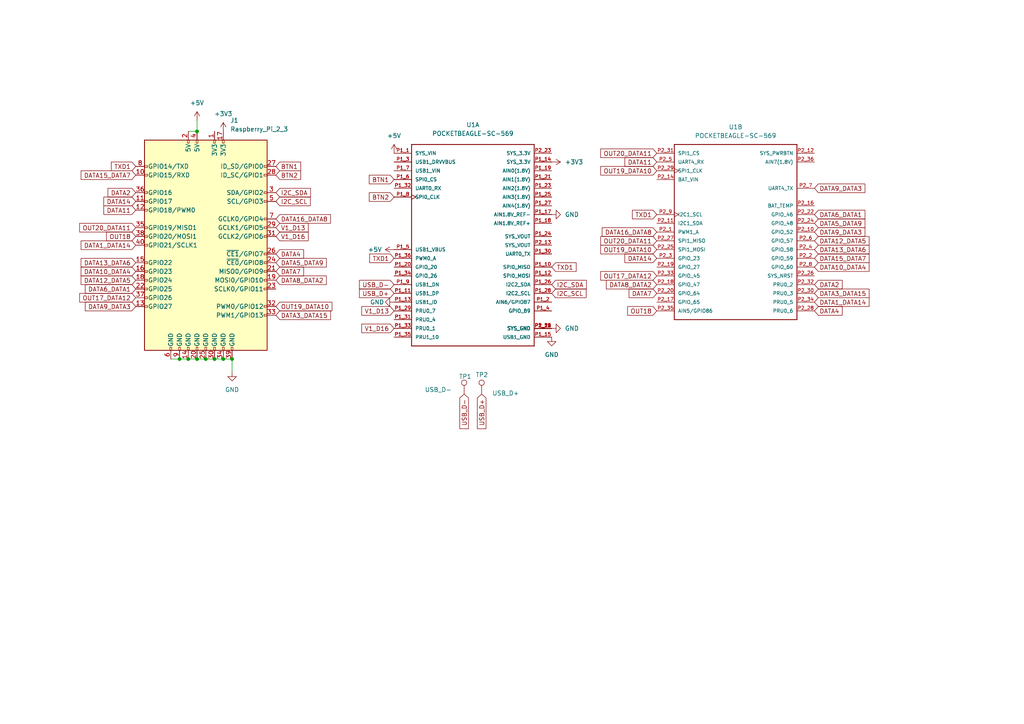
<source format=kicad_sch>
(kicad_sch (version 20230121) (generator eeschema)
  (paper "A4")
  (lib_symbols
    (symbol "Connector:Raspberry_Pi_2_3" (pin_names (offset 1.016))
      (property "Reference" "J" (at -17.78 31.75 0))
      (property "Value" "Raspberry_Pi_2_3" (at 10.16 -31.75 0))
      (symbol "Raspberry_Pi_2_3_0_1"
        (rectangle (start -17.78 30.48) (end 17.78 -30.48) (stroke (width 0.254)) (fill (type background)))
      )
      (symbol "Raspberry_Pi_2_3_1_1"
        (rectangle (start -16.891 -17.526) (end -17.78 -18.034))
        (rectangle (start -16.891 -14.986) (end -17.78 -15.494))
        (rectangle (start -16.891 -12.446) (end -17.78 -12.954))
        (rectangle (start -16.891 -9.906) (end -17.78 -10.414))
        (rectangle (start -16.891 -7.366) (end -17.78 -7.874))
        (rectangle (start -16.891 -4.826) (end -17.78 -5.334))
        (rectangle (start -16.891 0.254) (end -17.78 -0.254))
        (rectangle (start -16.891 2.794) (end -17.78 2.286))
        (rectangle (start -16.891 5.334) (end -17.78 4.826))
        (rectangle (start -16.891 10.414) (end -17.78 9.906))
        (rectangle (start -16.891 12.954) (end -17.78 12.446))
        (rectangle (start -16.891 15.494) (end -17.78 14.986))
        (rectangle (start -16.891 20.574) (end -17.78 20.066))
        (rectangle (start -16.891 23.114) (end -17.78 22.606))
        (rectangle (start -10.414 -29.591) (end -9.906 -30.48))
        (rectangle (start -7.874 -29.591) (end -7.366 -30.48))
        (rectangle (start -5.334 -29.591) (end -4.826 -30.48))
        (rectangle (start -5.334 30.48) (end -4.826 29.591))
        (rectangle (start -2.794 -29.591) (end -2.286 -30.48))
        (rectangle (start -2.794 30.48) (end -2.286 29.591))
        (rectangle (start -0.254 -29.591) (end 0.254 -30.48))
        (rectangle (start 2.286 -29.591) (end 2.794 -30.48))
        (rectangle (start 2.286 30.48) (end 2.794 29.591))
        (rectangle (start 4.826 -29.591) (end 5.334 -30.48))
        (rectangle (start 4.826 30.48) (end 5.334 29.591))
        (rectangle (start 7.366 -29.591) (end 7.874 -30.48))
        (rectangle (start 17.78 -20.066) (end 16.891 -20.574))
        (rectangle (start 17.78 -17.526) (end 16.891 -18.034))
        (rectangle (start 17.78 -12.446) (end 16.891 -12.954))
        (rectangle (start 17.78 -9.906) (end 16.891 -10.414))
        (rectangle (start 17.78 -7.366) (end 16.891 -7.874))
        (rectangle (start 17.78 -4.826) (end 16.891 -5.334))
        (rectangle (start 17.78 -2.286) (end 16.891 -2.794))
        (rectangle (start 17.78 2.794) (end 16.891 2.286))
        (rectangle (start 17.78 5.334) (end 16.891 4.826))
        (rectangle (start 17.78 7.874) (end 16.891 7.366))
        (rectangle (start 17.78 12.954) (end 16.891 12.446))
        (rectangle (start 17.78 15.494) (end 16.891 14.986))
        (rectangle (start 17.78 20.574) (end 16.891 20.066))
        (rectangle (start 17.78 23.114) (end 16.891 22.606))
        (pin power_in line (at 2.54 33.02 270) (length 2.54) (name "3V3") (number "1"))
        (pin bidirectional line (at -20.32 20.32 0) (length 2.54) (name "GPIO15/RXD") (number "10"))
        (pin bidirectional line (at -20.32 12.7 0) (length 2.54) (name "GPIO17") (number "11"))
        (pin bidirectional line (at -20.32 10.16 0) (length 2.54) (name "GPIO18/PWM0") (number "12"))
        (pin bidirectional line (at -20.32 -17.78 0) (length 2.54) (name "GPIO27") (number "13"))
        (pin power_in line (at -5.08 -33.02 90) (length 2.54) (name "GND") (number "14"))
        (pin bidirectional line (at -20.32 -5.08 0) (length 2.54) (name "GPIO22") (number "15"))
        (pin bidirectional line (at -20.32 -7.62 0) (length 2.54) (name "GPIO23") (number "16"))
        (pin power_in line (at 5.08 33.02 270) (length 2.54) (name "3V3") (number "17"))
        (pin bidirectional line (at -20.32 -10.16 0) (length 2.54) (name "GPIO24") (number "18"))
        (pin bidirectional line (at 20.32 -10.16 180) (length 2.54) (name "MOSI0/GPIO10") (number "19"))
        (pin power_in line (at -5.08 33.02 270) (length 2.54) (name "5V") (number "2"))
        (pin power_in line (at -2.54 -33.02 90) (length 2.54) (name "GND") (number "20"))
        (pin bidirectional line (at 20.32 -7.62 180) (length 2.54) (name "MISO0/GPIO9") (number "21"))
        (pin bidirectional line (at -20.32 -12.7 0) (length 2.54) (name "GPIO25") (number "22"))
        (pin bidirectional line (at 20.32 -12.7 180) (length 2.54) (name "SCLK0/GPIO11") (number "23"))
        (pin bidirectional line (at 20.32 -5.08 180) (length 2.54) (name "~{CE0}/GPIO8") (number "24"))
        (pin power_in line (at 0 -33.02 90) (length 2.54) (name "GND") (number "25"))
        (pin bidirectional line (at 20.32 -2.54 180) (length 2.54) (name "~{CE1}/GPIO7") (number "26"))
        (pin bidirectional line (at 20.32 22.86 180) (length 2.54) (name "ID_SD/GPIO0") (number "27"))
        (pin bidirectional line (at 20.32 20.32 180) (length 2.54) (name "ID_SC/GPIO1") (number "28"))
        (pin bidirectional line (at 20.32 5.08 180) (length 2.54) (name "GCLK1/GPIO5") (number "29"))
        (pin bidirectional line (at 20.32 15.24 180) (length 2.54) (name "SDA/GPIO2") (number "3"))
        (pin power_in line (at 2.54 -33.02 90) (length 2.54) (name "GND") (number "30"))
        (pin bidirectional line (at 20.32 2.54 180) (length 2.54) (name "GCLK2/GPIO6") (number "31"))
        (pin bidirectional line (at 20.32 -17.78 180) (length 2.54) (name "PWM0/GPIO12") (number "32"))
        (pin bidirectional line (at 20.32 -20.32 180) (length 2.54) (name "PWM1/GPIO13") (number "33"))
        (pin power_in line (at 5.08 -33.02 90) (length 2.54) (name "GND") (number "34"))
        (pin bidirectional line (at -20.32 5.08 0) (length 2.54) (name "GPIO19/MISO1") (number "35"))
        (pin bidirectional line (at -20.32 15.24 0) (length 2.54) (name "GPIO16") (number "36"))
        (pin bidirectional line (at -20.32 -15.24 0) (length 2.54) (name "GPIO26") (number "37"))
        (pin bidirectional line (at -20.32 2.54 0) (length 2.54) (name "GPIO20/MOSI1") (number "38"))
        (pin power_in line (at 7.62 -33.02 90) (length 2.54) (name "GND") (number "39"))
        (pin power_in line (at -2.54 33.02 270) (length 2.54) (name "5V") (number "4"))
        (pin bidirectional line (at -20.32 0 0) (length 2.54) (name "GPIO21/SCLK1") (number "40"))
        (pin bidirectional line (at 20.32 12.7 180) (length 2.54) (name "SCL/GPIO3") (number "5"))
        (pin power_in line (at -10.16 -33.02 90) (length 2.54) (name "GND") (number "6"))
        (pin bidirectional line (at 20.32 7.62 180) (length 2.54) (name "GCLK0/GPIO4") (number "7"))
        (pin bidirectional line (at -20.32 22.86 0) (length 2.54) (name "GPIO14/TXD") (number "8"))
        (pin power_in line (at -7.62 -33.02 90) (length 2.54) (name "GND") (number "9"))
      )
    )
    (symbol "Connector:TestPoint" (pin_numbers hide) (pin_names (offset 0.762) hide)
      (property "Reference" "TP" (at 0 6.858 0))
      (property "Value" "TestPoint" (at 0 5.08 0))
      (symbol "TestPoint_0_1"
        (circle (center 0 3.302) (radius 0.762))
      )
      (symbol "TestPoint_1_1"
        (pin passive line (at 0 0 90) (length 2.54) (name "1") (number "1"))
      )
    )
    (symbol "POCKETBEAGLE-SC-569:POCKETBEAGLE-SC-569" (pin_names (offset 1.016))
      (property "Reference" "U" (at -17.78 28.4734 0))
      (property "Value" "POCKETBEAGLE-SC-569" (at -17.8054 -33.0454 0))
      (symbol "POCKETBEAGLE-SC-569_1_0"
        (polyline (pts (xy -17.78 -30.48) (xy 17.78 -30.48)) (stroke (width 0.254)))
        (polyline (pts (xy -17.78 27.94) (xy -17.78 -30.48)) (stroke (width 0.254)))
        (polyline (pts (xy 17.78 -30.48) (xy 17.78 27.94)) (stroke (width 0.254)))
        (polyline (pts (xy 17.78 27.94) (xy -17.78 27.94)) (stroke (width 0.254)))
        (pin input line (at -22.86 25.4 0) (length 5.08) (name "SYS_VIN") (number "P1_1"))
        (pin bidirectional line (at 22.86 -7.62 180) (length 5.08) (name "SPI0_MISO") (number "P1_10"))
        (pin bidirectional line (at -22.86 -15.24 0) (length 5.08) (name "USB1_DP") (number "P1_11"))
        (pin bidirectional line (at 22.86 -10.16 180) (length 5.08) (name "SPI0_MOSI") (number "P1_12"))
        (pin bidirectional line (at -22.86 -17.78 0) (length 5.08) (name "USB1_ID") (number "P1_13"))
        (pin power_in line (at 22.86 22.86 180) (length 5.08) (name "SYS_3.3V") (number "P1_14"))
        (pin power_in line (at 22.86 -27.94 180) (length 5.08) (name "USB1_GND") (number "P1_15"))
        (pin power_in line (at 22.86 -25.4 180) (length 5.08) (name "SYS_GND") (number "P1_16"))
        (pin power_in line (at 22.86 7.62 180) (length 5.08) (name "AIN1.8V_REF-") (number "P1_17"))
        (pin power_in line (at 22.86 5.08 180) (length 5.08) (name "AIN1.8V_REF+") (number "P1_18"))
        (pin power_in line (at 22.86 20.32 180) (length 5.08) (name "AIN0(1.8V)") (number "P1_19"))
        (pin bidirectional line (at 22.86 -17.78 180) (length 5.08) (name "AIN6/GPIO87") (number "P1_2"))
        (pin bidirectional line (at -22.86 -7.62 0) (length 5.08) (name "GPIO_20") (number "P1_20"))
        (pin power_in line (at 22.86 17.78 180) (length 5.08) (name "AIN1(1.8V)") (number "P1_21"))
        (pin power_in line (at 22.86 -25.4 180) (length 5.08) (name "SYS_GND") (number "P1_22"))
        (pin power_in line (at 22.86 15.24 180) (length 5.08) (name "AIN2(1.8V)") (number "P1_23"))
        (pin output line (at 22.86 1.27 180) (length 5.08) (name "SYS_VOUT") (number "P1_24"))
        (pin power_in line (at 22.86 12.7 180) (length 5.08) (name "AIN3(1.8V)") (number "P1_25"))
        (pin bidirectional line (at 22.86 -12.7 180) (length 5.08) (name "I2C2_SDA") (number "P1_26"))
        (pin power_in line (at 22.86 10.16 180) (length 5.08) (name "AIN4(1.8V)") (number "P1_27"))
        (pin bidirectional line (at 22.86 -15.24 180) (length 5.08) (name "I2C2_SCL") (number "P1_28"))
        (pin bidirectional line (at -22.86 -20.32 0) (length 5.08) (name "PRU0_7") (number "P1_29"))
        (pin input line (at -22.86 22.86 0) (length 5.08) (name "USB1_DRVVBUS") (number "P1_3"))
        (pin output line (at 22.86 -3.81 180) (length 5.08) (name "UART0_TX") (number "P1_30"))
        (pin bidirectional line (at -22.86 -22.86 0) (length 5.08) (name "PRU0_4") (number "P1_31"))
        (pin input line (at -22.86 15.24 0) (length 5.08) (name "UART0_RX") (number "P1_32"))
        (pin bidirectional line (at -22.86 -25.4 0) (length 5.08) (name "PRU0_1") (number "P1_33"))
        (pin bidirectional line (at -22.86 -10.16 0) (length 5.08) (name "GPIO_26") (number "P1_34"))
        (pin bidirectional line (at -22.86 -27.94 0) (length 5.08) (name "PRU1_10") (number "P1_35"))
        (pin bidirectional line (at -22.86 -5.08 0) (length 5.08) (name "PWM0_A") (number "P1_36"))
        (pin bidirectional line (at 22.86 -20.32 180) (length 5.08) (name "GPIO_89") (number "P1_4"))
        (pin bidirectional line (at -22.86 -2.54 0) (length 5.08) (name "USB1_VBUS") (number "P1_5"))
        (pin input line (at -22.86 17.78 0) (length 5.08) (name "SPI0_CS") (number "P1_6"))
        (pin input line (at -22.86 20.32 0) (length 5.08) (name "USB1_VIN") (number "P1_7"))
        (pin input clock (at -22.86 12.7 0) (length 5.08) (name "SPI0_CLK") (number "P1_8"))
        (pin bidirectional line (at -22.86 -12.7 0) (length 5.08) (name "USB1_DN") (number "P1_9"))
        (pin output line (at 22.86 -1.27 180) (length 5.08) (name "SYS_VOUT") (number "P2_13"))
        (pin power_in line (at 22.86 -25.4 180) (length 5.08) (name "SYS_GND") (number "P2_15"))
        (pin power_in line (at 22.86 -25.4 180) (length 5.08) (name "SYS_GND") (number "P2_21"))
        (pin power_in line (at 22.86 25.4 180) (length 5.08) (name "SYS_3.3V") (number "P2_23"))
      )
      (symbol "POCKETBEAGLE-SC-569_2_0"
        (polyline (pts (xy -17.78 -25.4) (xy 17.78 -25.4)) (stroke (width 0.254)))
        (polyline (pts (xy -17.78 25.4) (xy -17.78 -25.4)) (stroke (width 0.254)))
        (polyline (pts (xy 17.78 -25.4) (xy 17.78 25.4)) (stroke (width 0.254)))
        (polyline (pts (xy 17.78 25.4) (xy -17.78 25.4)) (stroke (width 0.254)))
        (pin bidirectional line (at -22.86 0 0) (length 5.08) (name "PWM1_A") (number "P2_1"))
        (pin bidirectional line (at 22.86 0 180) (length 5.08) (name "GPIO_52") (number "P2_10"))
        (pin bidirectional line (at -22.86 2.54 0) (length 5.08) (name "I2C1_SDA") (number "P2_11"))
        (pin power_in line (at 22.86 22.86 180) (length 5.08) (name "SYS_PWRBTN") (number "P2_12"))
        (pin input line (at -22.86 15.24 0) (length 5.08) (name "BAT_VIN") (number "P2_14"))
        (pin bidirectional line (at 22.86 7.62 180) (length 5.08) (name "BAT_TEMP") (number "P2_16"))
        (pin bidirectional line (at -22.86 -20.32 0) (length 5.08) (name "GPIO_65") (number "P2_17"))
        (pin bidirectional line (at -22.86 -15.24 0) (length 5.08) (name "GPIO_47") (number "P2_18"))
        (pin bidirectional line (at -22.86 -10.16 0) (length 5.08) (name "GPIO_27") (number "P2_19"))
        (pin bidirectional line (at 22.86 -7.62 180) (length 5.08) (name "GPIO_59") (number "P2_2"))
        (pin bidirectional line (at -22.86 -17.78 0) (length 5.08) (name "GPIO_64") (number "P2_20"))
        (pin bidirectional line (at 22.86 5.08 180) (length 5.08) (name "GPIO_46") (number "P2_22"))
        (pin bidirectional line (at 22.86 2.54 180) (length 5.08) (name "GPIO_48") (number "P2_24"))
        (pin bidirectional line (at -22.86 -5.08 0) (length 5.08) (name "SPI1_MOSI") (number "P2_25"))
        (pin bidirectional line (at 22.86 -12.7 180) (length 5.08) (name "SYS_NRST") (number "P2_26"))
        (pin bidirectional line (at -22.86 -2.54 0) (length 5.08) (name "SPI1_MISO") (number "P2_27"))
        (pin bidirectional line (at 22.86 -22.86 180) (length 5.08) (name "PRU0_6") (number "P2_28"))
        (pin input clock (at -22.86 17.78 0) (length 5.08) (name "SPI1_CLK") (number "P2_29"))
        (pin bidirectional line (at -22.86 -7.62 0) (length 5.08) (name "GPIO_23") (number "P2_3"))
        (pin bidirectional line (at 22.86 -17.78 180) (length 5.08) (name "PRU0_3") (number "P2_30"))
        (pin input line (at -22.86 22.86 0) (length 5.08) (name "SPI1_CS") (number "P2_31"))
        (pin bidirectional line (at 22.86 -15.24 180) (length 5.08) (name "PRU0_2") (number "P2_32"))
        (pin bidirectional line (at -22.86 -12.7 0) (length 5.08) (name "GPIO_45") (number "P2_33"))
        (pin bidirectional line (at 22.86 -20.32 180) (length 5.08) (name "PRU0_5") (number "P2_34"))
        (pin bidirectional line (at -22.86 -22.86 0) (length 5.08) (name "AIN5/GPIO86") (number "P2_35"))
        (pin power_in line (at 22.86 20.32 180) (length 5.08) (name "AIN7(1.8V)") (number "P2_36"))
        (pin bidirectional line (at 22.86 -5.08 180) (length 5.08) (name "GPIO_58") (number "P2_4"))
        (pin input line (at -22.86 20.32 0) (length 5.08) (name "UART4_RX") (number "P2_5"))
        (pin bidirectional line (at 22.86 -2.54 180) (length 5.08) (name "GPIO_57") (number "P2_6"))
        (pin output line (at 22.86 12.7 180) (length 5.08) (name "UART4_TX") (number "P2_7"))
        (pin bidirectional line (at 22.86 -10.16 180) (length 5.08) (name "GPIO_60") (number "P2_8"))
        (pin bidirectional clock (at -22.86 5.08 0) (length 5.08) (name "I2C1_SCL") (number "P2_9"))
      )
    )
    (symbol "power:+3.3V" (power) (pin_names (offset 0))
      (property "Value" "+3.3V" (at 0 3.556 0))
      (symbol "+3.3V_0_1"
        (polyline (pts (xy -0.762 1.27) (xy 0 2.54)))
        (polyline (pts (xy 0 0) (xy 0 2.54)))
        (polyline (pts (xy 0 2.54) (xy 0.762 1.27)))
      )
      (symbol "+3.3V_1_1"
        (pin power_in line (at 0 0 90) (length 0) hide (name "+3V3") (number "1"))
      )
    )
    (symbol "power:+5V" (power) (pin_names (offset 0))
      (property "Value" "+5V" (at 0 3.556 0))
      (symbol "+5V_0_1"
        (polyline (pts (xy -0.762 1.27) (xy 0 2.54)))
        (polyline (pts (xy 0 0) (xy 0 2.54)))
        (polyline (pts (xy 0 2.54) (xy 0.762 1.27)))
      )
      (symbol "+5V_1_1"
        (pin power_in line (at 0 0 90) (length 0) hide (name "+5V") (number "1"))
      )
    )
    (symbol "power:GND" (power) (pin_names (offset 0))
      (property "Value" "GND" (at 0 -3.81 0))
      (symbol "GND_0_1"
        (polyline (pts (xy 0 0) (xy 0 -1.27) (xy 1.27 -1.27) (xy 0 -2.54) (xy -1.27 -1.27) (xy 0 -1.27)))
      )
      (symbol "GND_1_1"
        (pin power_in line (at 0 0 270) (length 0) hide (name "GND") (number "1"))
      )
    )
  )
  (junction (at 52.07 104.14))
  (junction (at 62.23 104.14))
  (junction (at 67.31 104.14))
  (junction (at 57.15 38.1))
  (junction (at 54.61 104.14))
  (junction (at 64.77 104.14))
  (junction (at 59.69 104.14))
  (junction (at 57.15 104.14))
  (wire (pts (xy 64.77 104.14) (xy 67.31 104.14)))
  (wire (pts (xy 57.15 34.925) (xy 57.15 38.1)))
  (wire (pts (xy 59.69 104.14) (xy 62.23 104.14)))
  (wire (pts (xy 54.61 104.14) (xy 57.15 104.14)))
  (wire (pts (xy 67.31 104.14) (xy 67.31 107.95)))
  (wire (pts (xy 49.53 104.14) (xy 52.07 104.14)))
  (wire (pts (xy 52.07 104.14) (xy 54.61 104.14)))
  (wire (pts (xy 62.23 104.14) (xy 64.77 104.14)))
  (wire (pts (xy 54.61 38.1) (xy 57.15 38.1)))
  (wire (pts (xy 57.15 104.14) (xy 59.69 104.14)))
  (global_label "TXD1" (shape input) (at 160.02 77.47 0) (property "Intersheetrefs" "${INTERSHEET_REFS}" (effects hide)))
  (global_label "DATA12_DATA5" (shape input) (at 39.37 81.28 180) (property "Intersheetrefs" "${INTERSHEET_REFS}" (effects hide)))
  (global_label "DATA13_DATA6" (shape input) (at 39.37 76.2 180) (property "Intersheetrefs" "${INTERSHEET_REFS}" (effects hide)))
  (global_label "DATA5_DATA9" (shape input) (at 236.22 64.77 0) (property "Intersheetrefs" "${INTERSHEET_REFS}" (effects hide)))
  (global_label "DATA2" (shape input) (at 236.22 82.55 0) (property "Intersheetrefs" "${INTERSHEET_REFS}" (effects hide)))
  (global_label "DATA4" (shape input) (at 80.01 73.66 0) (property "Intersheetrefs" "${INTERSHEET_REFS}" (effects hide)))
  (global_label "BTN1" (shape input) (at 114.3 52.07 180) (property "Intersheetrefs" "${INTERSHEET_REFS}" (effects hide)))
  (global_label "USB_D+" (shape input) (at 139.7 114.3 270) (property "Intersheetrefs" "${INTERSHEET_REFS}" (effects hide)))
  (global_label "DATA14" (shape input) (at 39.37 58.42 180) (property "Intersheetrefs" "${INTERSHEET_REFS}" (effects hide)))
  (global_label "DATA7" (shape input) (at 190.5 85.09 180) (property "Intersheetrefs" "${INTERSHEET_REFS}" (effects hide)))
  (global_label "DATA10_DATA4" (shape input) (at 236.22 77.47 0) (property "Intersheetrefs" "${INTERSHEET_REFS}" (effects hide)))
  (global_label "DATA1_DATA14" (shape input) (at 39.37 71.12 180) (property "Intersheetrefs" "${INTERSHEET_REFS}" (effects hide)))
  (global_label "USB_D+" (shape input) (at 114.3 85.09 180) (property "Intersheetrefs" "${INTERSHEET_REFS}" (effects hide)))
  (global_label "DATA10_DATA4" (shape input) (at 39.37 78.74 180) (property "Intersheetrefs" "${INTERSHEET_REFS}" (effects hide)))
  (global_label "DATA12_DATA5" (shape input) (at 236.22 69.85 0) (property "Intersheetrefs" "${INTERSHEET_REFS}" (effects hide)))
  (global_label "BTN1" (shape input) (at 80.01 48.26 0) (property "Intersheetrefs" "${INTERSHEET_REFS}" (effects hide)))
  (global_label "DATA5_DATA9" (shape input) (at 80.01 76.2 0) (property "Intersheetrefs" "${INTERSHEET_REFS}" (effects hide)))
  (global_label "OUT19_DATA10" (shape input) (at 80.01 88.9 0) (property "Intersheetrefs" "${INTERSHEET_REFS}" (effects hide)))
  (global_label "I2C_SCL" (shape input) (at 80.01 58.42 0) (property "Intersheetrefs" "${INTERSHEET_REFS}" (effects hide)))
  (global_label "DATA15_DATA7" (shape input) (at 236.22 74.93 0) (property "Intersheetrefs" "${INTERSHEET_REFS}" (effects hide)))
  (global_label "BTN2" (shape input) (at 114.3 57.15 180) (property "Intersheetrefs" "${INTERSHEET_REFS}" (effects hide)))
  (global_label "DATA15_DATA7" (shape input) (at 39.37 50.8 180) (property "Intersheetrefs" "${INTERSHEET_REFS}" (effects hide)))
  (global_label "I2C_SDA" (shape input) (at 80.01 55.88 0) (property "Intersheetrefs" "${INTERSHEET_REFS}" (effects hide)))
  (global_label "DATA11" (shape input) (at 190.5 46.99 180) (property "Intersheetrefs" "${INTERSHEET_REFS}" (effects hide)))
  (global_label "V1_D13" (shape input) (at 80.01 66.04 0) (property "Intersheetrefs" "${INTERSHEET_REFS}" (effects hide)))
  (global_label "DATA6_DATA1" (shape input) (at 236.22 62.23 0) (property "Intersheetrefs" "${INTERSHEET_REFS}" (effects hide)))
  (global_label "DATA8_DATA2" (shape input) (at 80.01 81.28 0) (property "Intersheetrefs" "${INTERSHEET_REFS}" (effects hide)))
  (global_label "DATA13_DATA6" (shape input) (at 236.22 72.39 0) (property "Intersheetrefs" "${INTERSHEET_REFS}" (effects hide)))
  (global_label "V1_D16" (shape input) (at 80.01 68.58 0) (property "Intersheetrefs" "${INTERSHEET_REFS}" (effects hide)))
  (global_label "DATA1_DATA14" (shape input) (at 236.22 87.63 0) (property "Intersheetrefs" "${INTERSHEET_REFS}" (effects hide)))
  (global_label "OUT18" (shape input) (at 190.5 90.17 180) (property "Intersheetrefs" "${INTERSHEET_REFS}" (effects hide)))
  (global_label "DATA6_DATA1" (shape input) (at 39.37 83.82 180) (property "Intersheetrefs" "${INTERSHEET_REFS}" (effects hide)))
  (global_label "BTN2" (shape input) (at 80.01 50.8 0) (property "Intersheetrefs" "${INTERSHEET_REFS}" (effects hide)))
  (global_label "V1_D16" (shape input) (at 114.3 95.25 180) (property "Intersheetrefs" "${INTERSHEET_REFS}" (effects hide)))
  (global_label "V1_D13" (shape input) (at 114.3 90.17 180) (property "Intersheetrefs" "${INTERSHEET_REFS}" (effects hide)))
  (global_label "DATA3_DATA15" (shape input) (at 80.01 91.44 0) (property "Intersheetrefs" "${INTERSHEET_REFS}" (effects hide)))
  (global_label "DATA16_DATA8" (shape input) (at 190.5 67.31 180) (property "Intersheetrefs" "${INTERSHEET_REFS}" (effects hide)))
  (global_label "DATA14" (shape input) (at 190.5 74.93 180) (property "Intersheetrefs" "${INTERSHEET_REFS}" (effects hide)))
  (global_label "OUT17_DATA12" (shape input) (at 39.37 86.36 180) (property "Intersheetrefs" "${INTERSHEET_REFS}" (effects hide)))
  (global_label "DATA4" (shape input) (at 236.22 90.17 0) (property "Intersheetrefs" "${INTERSHEET_REFS}" (effects hide)))
  (global_label "DATA2" (shape input) (at 39.37 55.88 180) (property "Intersheetrefs" "${INTERSHEET_REFS}" (effects hide)))
  (global_label "OUT20_DATA11" (shape input) (at 190.5 69.85 180) (property "Intersheetrefs" "${INTERSHEET_REFS}" (effects hide)))
  (global_label "TXD1" (shape input) (at 114.3 74.93 180) (property "Intersheetrefs" "${INTERSHEET_REFS}" (effects hide)))
  (global_label "OUT19_DATA10" (shape input) (at 190.5 49.53 180) (property "Intersheetrefs" "${INTERSHEET_REFS}" (effects hide)))
  (global_label "I2C_SCL" (shape input) (at 160.02 85.09 0) (property "Intersheetrefs" "${INTERSHEET_REFS}" (effects hide)))
  (global_label "DATA7" (shape input) (at 80.01 78.74 0) (property "Intersheetrefs" "${INTERSHEET_REFS}" (effects hide)))
  (global_label "TXD1" (shape input) (at 39.37 48.26 180) (property "Intersheetrefs" "${INTERSHEET_REFS}" (effects hide)))
  (global_label "OUT20_DATA11" (shape input) (at 39.37 66.04 180) (property "Intersheetrefs" "${INTERSHEET_REFS}" (effects hide)))
  (global_label "OUT19_DATA10" (shape input) (at 190.5 72.39 180) (property "Intersheetrefs" "${INTERSHEET_REFS}" (effects hide)))
  (global_label "OUT17_DATA12" (shape input) (at 190.5 80.01 180) (property "Intersheetrefs" "${INTERSHEET_REFS}" (effects hide)))
  (global_label "DATA16_DATA8" (shape input) (at 80.01 63.5 0) (property "Intersheetrefs" "${INTERSHEET_REFS}" (effects hide)))
  (global_label "USB_D-" (shape input) (at 134.62 114.3 270) (property "Intersheetrefs" "${INTERSHEET_REFS}" (effects hide)))
  (global_label "DATA9_DATA3" (shape input) (at 236.22 67.31 0) (property "Intersheetrefs" "${INTERSHEET_REFS}" (effects hide)))
  (global_label "DATA9_DATA3" (shape input) (at 39.37 88.9 180) (property "Intersheetrefs" "${INTERSHEET_REFS}" (effects hide)))
  (global_label "DATA11" (shape input) (at 39.37 60.96 180) (property "Intersheetrefs" "${INTERSHEET_REFS}" (effects hide)))
  (global_label "USB_D-" (shape input) (at 114.3 82.55 180) (property "Intersheetrefs" "${INTERSHEET_REFS}" (effects hide)))
  (global_label "OUT18" (shape input) (at 39.37 68.58 180) (property "Intersheetrefs" "${INTERSHEET_REFS}" (effects hide)))
  (global_label "DATA8_DATA2" (shape input) (at 190.5 82.55 180) (property "Intersheetrefs" "${INTERSHEET_REFS}" (effects hide)))
  (global_label "OUT20_DATA11" (shape input) (at 190.5 44.45 180) (property "Intersheetrefs" "${INTERSHEET_REFS}" (effects hide)))
  (global_label "TXD1" (shape input) (at 190.5 62.23 180) (property "Intersheetrefs" "${INTERSHEET_REFS}" (effects hide)))
  (global_label "DATA9_DATA3" (shape input) (at 236.22 54.61 0) (property "Intersheetrefs" "${INTERSHEET_REFS}" (effects hide)))
  (global_label "DATA3_DATA15" (shape input) (at 236.22 85.09 0) (property "Intersheetrefs" "${INTERSHEET_REFS}" (effects hide)))
  (global_label "I2C_SDA" (shape input) (at 160.02 82.55 0) (property "Intersheetrefs" "${INTERSHEET_REFS}" (effects hide)))
  (symbol (lib_id "power:+5V") (at 114.3 72.39 90) (unit 1)
    (property "Reference" "#PWR0103" (effects hide))
    (property "Value" "+5V" (at 106.68 72.39 90) (effects (justify right)))
  )
  (symbol (lib_id "POCKETBEAGLE-SC-569:POCKETBEAGLE-SC-569") (at 137.16 69.85 0) (unit 1)
    (property "Reference" "U1" (at 137.16 36.195 0))
    (property "Value" "POCKETBEAGLE-SC-569" (at 137.16 38.735 0))
    (property "Footprint" "POCKETBEAGLE-SC-569:BEAGLE_POCKETBEAGLE-SC-569" (effects hide))
    (property "Datasheet" "Dev Board Pocketbeagle" (effects hide))
    (property "Field4" "https://www.digikey.com/product-detail/en/ghi-electronics-llc/POCKETBEAGLE-SC-569/POCKETBEAGLE-SC-569-ND/7603326?utm_source=snapeda&utm_medium=aggregator&utm_campaign=symbol" (effects hide))
    (property "Field5" "POCKETBEAGLE-SC-569" (effects hide))
    (property "Field6" "None" (effects hide))
    (property "Field7" "POCKETBEAGLE-SC-569-ND" (effects hide))
    (property "Field8" "GHI Electronics," (effects hide))
  )
  (symbol (lib_id "power:GND") (at 67.31 107.95 0) (unit 1)
    (property "Reference" "#PWR0101" (effects hide))
    (property "Value" "GND" (at 67.31 113.03 0))
  )
  (symbol (lib_id "power:GND") (at 160.02 62.23 90) (unit 1)
    (property "Reference" "#PWR0106" (effects hide))
    (property "Value" "GND" (at 163.83 62.2299 90) (effects (justify right)))
  )
  (symbol (lib_id "power:+3.3V") (at 64.77 38.1 0) (unit 1)
    (property "Reference" "#PWR0104" (effects hide))
    (property "Value" "+3.3V" (at 64.77 33.02 0))
  )
  (symbol (lib_id "Connector:TestPoint") (at 134.62 114.3 0) (unit 1)
    (property "Reference" "TP1" (at 133.096 109.22 0) (effects (justify left)))
    (property "Value" "USB_D-" (at 123.19 113.03 0) (effects (justify left)))
    (property "Footprint" "TestPoint:TestPoint_THTPad_1.0x1.0mm_Drill0.5mm" (effects hide))
  )
  (symbol (lib_id "Connector:Raspberry_Pi_2_3") (at 59.69 71.12 0) (unit 1)
    (property "Reference" "J1" (at 66.7894 34.925 0) (effects (justify left)))
    (property "Value" "Raspberry_Pi_2_3" (at 66.7894 37.465 0) (effects (justify left)))
    (property "Footprint" "Module:Raspberry_Pi_Zero_Socketed_THT_FaceDown_MountingHoles" (effects hide))
    (property "Datasheet" "https://www.raspberrypi.org/documentation/hardware/raspberrypi/schematics/rpi_SCH_3bplus_1p0_reduced.pdf" (effects hide))
  )
  (symbol (lib_id "power:GND") (at 160.02 97.79 0) (unit 1)
    (property "Reference" "#PWR0110" (effects hide))
    (property "Value" "GND" (at 160.02 102.87 0))
  )
  (symbol (lib_id "Connector:TestPoint") (at 139.7 114.3 0) (unit 1)
    (property "Reference" "TP2" (at 137.922 108.712 0) (effects (justify left)))
    (property "Value" "USB_D+" (at 142.748 114.046 0) (effects (justify left)))
    (property "Footprint" "TestPoint:TestPoint_THTPad_1.0x1.0mm_Drill0.5mm" (effects hide))
  )
  (symbol (lib_id "power:+5V") (at 57.15 34.925 0) (unit 1)
    (property "Reference" "#PWR0105" (effects hide))
    (property "Value" "+5V" (at 57.15 29.845 0))
  )
  (symbol (lib_id "power:+3.3V") (at 160.02 46.99 270) (unit 1)
    (property "Reference" "#PWR0108" (effects hide))
    (property "Value" "+3.3V" (at 163.83 46.9899 90) (effects (justify left)))
  )
  (symbol (lib_id "power:GND") (at 160.02 95.25 90) (unit 1)
    (property "Reference" "#PWR0109" (effects hide))
    (property "Value" "GND" (at 163.83 95.2499 90) (effects (justify right)))
  )
  (symbol (lib_id "power:+5V") (at 114.3 44.45 0) (unit 1)
    (property "Reference" "#PWR0107" (effects hide))
    (property "Value" "+5V" (at 114.3 39.37 0))
  )
  (symbol (lib_id "POCKETBEAGLE-SC-569:POCKETBEAGLE-SC-569") (at 213.36 67.31 0) (unit 2)
    (property "Reference" "U1" (at 213.36 36.83 0))
    (property "Value" "POCKETBEAGLE-SC-569" (at 213.36 39.37 0))
    (property "Footprint" "POCKETBEAGLE-SC-569:BEAGLE_POCKETBEAGLE-SC-569" (effects hide))
    (property "Datasheet" "Dev Board Pocketbeagle" (effects hide))
    (property "Field4" "https://www.digikey.com/product-detail/en/ghi-electronics-llc/POCKETBEAGLE-SC-569/POCKETBEAGLE-SC-569-ND/7603326?utm_source=snapeda&utm_medium=aggregator&utm_campaign=symbol" (effects hide))
    (property "Field5" "POCKETBEAGLE-SC-569" (effects hide))
    (property "Field6" "None" (effects hide))
    (property "Field7" "POCKETBEAGLE-SC-569-ND" (effects hide))
    (property "Field8" "GHI Electronics," (effects hide))
  )
  (symbol (lib_id "power:GND") (at 114.3 87.63 270) (unit 1)
    (property "Reference" "#PWR0102" (effects hide))
    (property "Value" "GND" (at 107.315 87.63 90) (effects (justify left)))
  )
)
</source>
